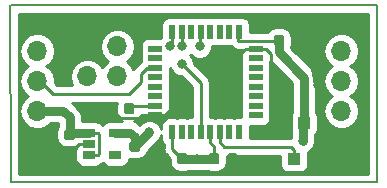
<source format=gtl>
G04 #@! TF.GenerationSoftware,KiCad,Pcbnew,(5.0.0-dirty)*
G04 #@! TF.CreationDate,2020-07-10T19:56:49+09:00*
G04 #@! TF.ProjectId,fake-fan-mk2,66616B652D66616E2D6D6B322E6B6963,rev?*
G04 #@! TF.SameCoordinates,Original*
G04 #@! TF.FileFunction,Copper,L1,Top,Signal*
G04 #@! TF.FilePolarity,Positive*
%FSLAX46Y46*%
G04 Gerber Fmt 4.6, Leading zero omitted, Abs format (unit mm)*
G04 Created by KiCad (PCBNEW (5.0.0-dirty)) date 07/10/20 19:56:49*
%MOMM*%
%LPD*%
G01*
G04 APERTURE LIST*
G04 #@! TA.AperFunction,NonConductor*
%ADD10C,0.200000*%
G04 #@! TD*
G04 #@! TA.AperFunction,Conductor*
%ADD11C,0.100000*%
G04 #@! TD*
G04 #@! TA.AperFunction,SMDPad,CuDef*
%ADD12C,0.875000*%
G04 #@! TD*
G04 #@! TA.AperFunction,SMDPad,CuDef*
%ADD13R,1.000000X1.000000*%
G04 #@! TD*
G04 #@! TA.AperFunction,SMDPad,CuDef*
%ADD14R,1.100000X1.000000*%
G04 #@! TD*
G04 #@! TA.AperFunction,SMDPad,CuDef*
%ADD15R,0.600000X1.200000*%
G04 #@! TD*
G04 #@! TA.AperFunction,SMDPad,CuDef*
%ADD16R,1.200000X0.600000*%
G04 #@! TD*
G04 #@! TA.AperFunction,ComponentPad*
%ADD17O,1.700000X1.700000*%
G04 #@! TD*
G04 #@! TA.AperFunction,ComponentPad*
%ADD18R,1.700000X1.700000*%
G04 #@! TD*
G04 #@! TA.AperFunction,SMDPad,CuDef*
%ADD19R,1.060000X0.650000*%
G04 #@! TD*
G04 #@! TA.AperFunction,ViaPad*
%ADD20C,0.800000*%
G04 #@! TD*
G04 #@! TA.AperFunction,Conductor*
%ADD21C,0.250000*%
G04 #@! TD*
G04 #@! TA.AperFunction,Conductor*
%ADD22C,0.750000*%
G04 #@! TD*
G04 #@! TA.AperFunction,Conductor*
%ADD23C,0.254000*%
G04 #@! TD*
G04 APERTURE END LIST*
D10*
X14500000Y-29500000D02*
X14478000Y-14500000D01*
X45500000Y-29500000D02*
X14500000Y-29500000D01*
X45500000Y-14500000D02*
X45500000Y-29500000D01*
X14500000Y-14500000D02*
X45500000Y-14500000D01*
D11*
G04 #@! TO.N,+3V3*
G04 #@! TO.C,C3*
G36*
X25277691Y-26026053D02*
X25298926Y-26029203D01*
X25319750Y-26034419D01*
X25339962Y-26041651D01*
X25359368Y-26050830D01*
X25377781Y-26061866D01*
X25395024Y-26074654D01*
X25410930Y-26089070D01*
X25425346Y-26104976D01*
X25438134Y-26122219D01*
X25449170Y-26140632D01*
X25458349Y-26160038D01*
X25465581Y-26180250D01*
X25470797Y-26201074D01*
X25473947Y-26222309D01*
X25475000Y-26243750D01*
X25475000Y-26681250D01*
X25473947Y-26702691D01*
X25470797Y-26723926D01*
X25465581Y-26744750D01*
X25458349Y-26764962D01*
X25449170Y-26784368D01*
X25438134Y-26802781D01*
X25425346Y-26820024D01*
X25410930Y-26835930D01*
X25395024Y-26850346D01*
X25377781Y-26863134D01*
X25359368Y-26874170D01*
X25339962Y-26883349D01*
X25319750Y-26890581D01*
X25298926Y-26895797D01*
X25277691Y-26898947D01*
X25256250Y-26900000D01*
X24743750Y-26900000D01*
X24722309Y-26898947D01*
X24701074Y-26895797D01*
X24680250Y-26890581D01*
X24660038Y-26883349D01*
X24640632Y-26874170D01*
X24622219Y-26863134D01*
X24604976Y-26850346D01*
X24589070Y-26835930D01*
X24574654Y-26820024D01*
X24561866Y-26802781D01*
X24550830Y-26784368D01*
X24541651Y-26764962D01*
X24534419Y-26744750D01*
X24529203Y-26723926D01*
X24526053Y-26702691D01*
X24525000Y-26681250D01*
X24525000Y-26243750D01*
X24526053Y-26222309D01*
X24529203Y-26201074D01*
X24534419Y-26180250D01*
X24541651Y-26160038D01*
X24550830Y-26140632D01*
X24561866Y-26122219D01*
X24574654Y-26104976D01*
X24589070Y-26089070D01*
X24604976Y-26074654D01*
X24622219Y-26061866D01*
X24640632Y-26050830D01*
X24660038Y-26041651D01*
X24680250Y-26034419D01*
X24701074Y-26029203D01*
X24722309Y-26026053D01*
X24743750Y-26025000D01*
X25256250Y-26025000D01*
X25277691Y-26026053D01*
X25277691Y-26026053D01*
G37*
D12*
G04 #@! TD*
G04 #@! TO.P,C3,2*
G04 #@! TO.N,+3V3*
X25000000Y-26462500D03*
D11*
G04 #@! TO.N,GND*
G04 #@! TO.C,C3*
G36*
X25277691Y-27601053D02*
X25298926Y-27604203D01*
X25319750Y-27609419D01*
X25339962Y-27616651D01*
X25359368Y-27625830D01*
X25377781Y-27636866D01*
X25395024Y-27649654D01*
X25410930Y-27664070D01*
X25425346Y-27679976D01*
X25438134Y-27697219D01*
X25449170Y-27715632D01*
X25458349Y-27735038D01*
X25465581Y-27755250D01*
X25470797Y-27776074D01*
X25473947Y-27797309D01*
X25475000Y-27818750D01*
X25475000Y-28256250D01*
X25473947Y-28277691D01*
X25470797Y-28298926D01*
X25465581Y-28319750D01*
X25458349Y-28339962D01*
X25449170Y-28359368D01*
X25438134Y-28377781D01*
X25425346Y-28395024D01*
X25410930Y-28410930D01*
X25395024Y-28425346D01*
X25377781Y-28438134D01*
X25359368Y-28449170D01*
X25339962Y-28458349D01*
X25319750Y-28465581D01*
X25298926Y-28470797D01*
X25277691Y-28473947D01*
X25256250Y-28475000D01*
X24743750Y-28475000D01*
X24722309Y-28473947D01*
X24701074Y-28470797D01*
X24680250Y-28465581D01*
X24660038Y-28458349D01*
X24640632Y-28449170D01*
X24622219Y-28438134D01*
X24604976Y-28425346D01*
X24589070Y-28410930D01*
X24574654Y-28395024D01*
X24561866Y-28377781D01*
X24550830Y-28359368D01*
X24541651Y-28339962D01*
X24534419Y-28319750D01*
X24529203Y-28298926D01*
X24526053Y-28277691D01*
X24525000Y-28256250D01*
X24525000Y-27818750D01*
X24526053Y-27797309D01*
X24529203Y-27776074D01*
X24534419Y-27755250D01*
X24541651Y-27735038D01*
X24550830Y-27715632D01*
X24561866Y-27697219D01*
X24574654Y-27679976D01*
X24589070Y-27664070D01*
X24604976Y-27649654D01*
X24622219Y-27636866D01*
X24640632Y-27625830D01*
X24660038Y-27616651D01*
X24680250Y-27609419D01*
X24701074Y-27604203D01*
X24722309Y-27601053D01*
X24743750Y-27600000D01*
X25256250Y-27600000D01*
X25277691Y-27601053D01*
X25277691Y-27601053D01*
G37*
D12*
G04 #@! TD*
G04 #@! TO.P,C3,1*
G04 #@! TO.N,GND*
X25000000Y-28037500D03*
D11*
G04 #@! TO.N,+3V3*
G04 #@! TO.C,C1*
G36*
X29277691Y-27026053D02*
X29298926Y-27029203D01*
X29319750Y-27034419D01*
X29339962Y-27041651D01*
X29359368Y-27050830D01*
X29377781Y-27061866D01*
X29395024Y-27074654D01*
X29410930Y-27089070D01*
X29425346Y-27104976D01*
X29438134Y-27122219D01*
X29449170Y-27140632D01*
X29458349Y-27160038D01*
X29465581Y-27180250D01*
X29470797Y-27201074D01*
X29473947Y-27222309D01*
X29475000Y-27243750D01*
X29475000Y-27756250D01*
X29473947Y-27777691D01*
X29470797Y-27798926D01*
X29465581Y-27819750D01*
X29458349Y-27839962D01*
X29449170Y-27859368D01*
X29438134Y-27877781D01*
X29425346Y-27895024D01*
X29410930Y-27910930D01*
X29395024Y-27925346D01*
X29377781Y-27938134D01*
X29359368Y-27949170D01*
X29339962Y-27958349D01*
X29319750Y-27965581D01*
X29298926Y-27970797D01*
X29277691Y-27973947D01*
X29256250Y-27975000D01*
X28818750Y-27975000D01*
X28797309Y-27973947D01*
X28776074Y-27970797D01*
X28755250Y-27965581D01*
X28735038Y-27958349D01*
X28715632Y-27949170D01*
X28697219Y-27938134D01*
X28679976Y-27925346D01*
X28664070Y-27910930D01*
X28649654Y-27895024D01*
X28636866Y-27877781D01*
X28625830Y-27859368D01*
X28616651Y-27839962D01*
X28609419Y-27819750D01*
X28604203Y-27798926D01*
X28601053Y-27777691D01*
X28600000Y-27756250D01*
X28600000Y-27243750D01*
X28601053Y-27222309D01*
X28604203Y-27201074D01*
X28609419Y-27180250D01*
X28616651Y-27160038D01*
X28625830Y-27140632D01*
X28636866Y-27122219D01*
X28649654Y-27104976D01*
X28664070Y-27089070D01*
X28679976Y-27074654D01*
X28697219Y-27061866D01*
X28715632Y-27050830D01*
X28735038Y-27041651D01*
X28755250Y-27034419D01*
X28776074Y-27029203D01*
X28797309Y-27026053D01*
X28818750Y-27025000D01*
X29256250Y-27025000D01*
X29277691Y-27026053D01*
X29277691Y-27026053D01*
G37*
D12*
G04 #@! TD*
G04 #@! TO.P,C1,2*
G04 #@! TO.N,+3V3*
X29037500Y-27500000D03*
D11*
G04 #@! TO.N,GND*
G04 #@! TO.C,C1*
G36*
X27702691Y-27026053D02*
X27723926Y-27029203D01*
X27744750Y-27034419D01*
X27764962Y-27041651D01*
X27784368Y-27050830D01*
X27802781Y-27061866D01*
X27820024Y-27074654D01*
X27835930Y-27089070D01*
X27850346Y-27104976D01*
X27863134Y-27122219D01*
X27874170Y-27140632D01*
X27883349Y-27160038D01*
X27890581Y-27180250D01*
X27895797Y-27201074D01*
X27898947Y-27222309D01*
X27900000Y-27243750D01*
X27900000Y-27756250D01*
X27898947Y-27777691D01*
X27895797Y-27798926D01*
X27890581Y-27819750D01*
X27883349Y-27839962D01*
X27874170Y-27859368D01*
X27863134Y-27877781D01*
X27850346Y-27895024D01*
X27835930Y-27910930D01*
X27820024Y-27925346D01*
X27802781Y-27938134D01*
X27784368Y-27949170D01*
X27764962Y-27958349D01*
X27744750Y-27965581D01*
X27723926Y-27970797D01*
X27702691Y-27973947D01*
X27681250Y-27975000D01*
X27243750Y-27975000D01*
X27222309Y-27973947D01*
X27201074Y-27970797D01*
X27180250Y-27965581D01*
X27160038Y-27958349D01*
X27140632Y-27949170D01*
X27122219Y-27938134D01*
X27104976Y-27925346D01*
X27089070Y-27910930D01*
X27074654Y-27895024D01*
X27061866Y-27877781D01*
X27050830Y-27859368D01*
X27041651Y-27839962D01*
X27034419Y-27819750D01*
X27029203Y-27798926D01*
X27026053Y-27777691D01*
X27025000Y-27756250D01*
X27025000Y-27243750D01*
X27026053Y-27222309D01*
X27029203Y-27201074D01*
X27034419Y-27180250D01*
X27041651Y-27160038D01*
X27050830Y-27140632D01*
X27061866Y-27122219D01*
X27074654Y-27104976D01*
X27089070Y-27089070D01*
X27104976Y-27074654D01*
X27122219Y-27061866D01*
X27140632Y-27050830D01*
X27160038Y-27041651D01*
X27180250Y-27034419D01*
X27201074Y-27029203D01*
X27222309Y-27026053D01*
X27243750Y-27025000D01*
X27681250Y-27025000D01*
X27702691Y-27026053D01*
X27702691Y-27026053D01*
G37*
D12*
G04 #@! TD*
G04 #@! TO.P,C1,1*
G04 #@! TO.N,GND*
X27462500Y-27500000D03*
D11*
G04 #@! TO.N,GND*
G04 #@! TO.C,C2*
G36*
X33527691Y-27026053D02*
X33548926Y-27029203D01*
X33569750Y-27034419D01*
X33589962Y-27041651D01*
X33609368Y-27050830D01*
X33627781Y-27061866D01*
X33645024Y-27074654D01*
X33660930Y-27089070D01*
X33675346Y-27104976D01*
X33688134Y-27122219D01*
X33699170Y-27140632D01*
X33708349Y-27160038D01*
X33715581Y-27180250D01*
X33720797Y-27201074D01*
X33723947Y-27222309D01*
X33725000Y-27243750D01*
X33725000Y-27756250D01*
X33723947Y-27777691D01*
X33720797Y-27798926D01*
X33715581Y-27819750D01*
X33708349Y-27839962D01*
X33699170Y-27859368D01*
X33688134Y-27877781D01*
X33675346Y-27895024D01*
X33660930Y-27910930D01*
X33645024Y-27925346D01*
X33627781Y-27938134D01*
X33609368Y-27949170D01*
X33589962Y-27958349D01*
X33569750Y-27965581D01*
X33548926Y-27970797D01*
X33527691Y-27973947D01*
X33506250Y-27975000D01*
X33068750Y-27975000D01*
X33047309Y-27973947D01*
X33026074Y-27970797D01*
X33005250Y-27965581D01*
X32985038Y-27958349D01*
X32965632Y-27949170D01*
X32947219Y-27938134D01*
X32929976Y-27925346D01*
X32914070Y-27910930D01*
X32899654Y-27895024D01*
X32886866Y-27877781D01*
X32875830Y-27859368D01*
X32866651Y-27839962D01*
X32859419Y-27819750D01*
X32854203Y-27798926D01*
X32851053Y-27777691D01*
X32850000Y-27756250D01*
X32850000Y-27243750D01*
X32851053Y-27222309D01*
X32854203Y-27201074D01*
X32859419Y-27180250D01*
X32866651Y-27160038D01*
X32875830Y-27140632D01*
X32886866Y-27122219D01*
X32899654Y-27104976D01*
X32914070Y-27089070D01*
X32929976Y-27074654D01*
X32947219Y-27061866D01*
X32965632Y-27050830D01*
X32985038Y-27041651D01*
X33005250Y-27034419D01*
X33026074Y-27029203D01*
X33047309Y-27026053D01*
X33068750Y-27025000D01*
X33506250Y-27025000D01*
X33527691Y-27026053D01*
X33527691Y-27026053D01*
G37*
D12*
G04 #@! TD*
G04 #@! TO.P,C2,1*
G04 #@! TO.N,GND*
X33287500Y-27500000D03*
D11*
G04 #@! TO.N,+3V3*
G04 #@! TO.C,C2*
G36*
X31952691Y-27026053D02*
X31973926Y-27029203D01*
X31994750Y-27034419D01*
X32014962Y-27041651D01*
X32034368Y-27050830D01*
X32052781Y-27061866D01*
X32070024Y-27074654D01*
X32085930Y-27089070D01*
X32100346Y-27104976D01*
X32113134Y-27122219D01*
X32124170Y-27140632D01*
X32133349Y-27160038D01*
X32140581Y-27180250D01*
X32145797Y-27201074D01*
X32148947Y-27222309D01*
X32150000Y-27243750D01*
X32150000Y-27756250D01*
X32148947Y-27777691D01*
X32145797Y-27798926D01*
X32140581Y-27819750D01*
X32133349Y-27839962D01*
X32124170Y-27859368D01*
X32113134Y-27877781D01*
X32100346Y-27895024D01*
X32085930Y-27910930D01*
X32070024Y-27925346D01*
X32052781Y-27938134D01*
X32034368Y-27949170D01*
X32014962Y-27958349D01*
X31994750Y-27965581D01*
X31973926Y-27970797D01*
X31952691Y-27973947D01*
X31931250Y-27975000D01*
X31493750Y-27975000D01*
X31472309Y-27973947D01*
X31451074Y-27970797D01*
X31430250Y-27965581D01*
X31410038Y-27958349D01*
X31390632Y-27949170D01*
X31372219Y-27938134D01*
X31354976Y-27925346D01*
X31339070Y-27910930D01*
X31324654Y-27895024D01*
X31311866Y-27877781D01*
X31300830Y-27859368D01*
X31291651Y-27839962D01*
X31284419Y-27819750D01*
X31279203Y-27798926D01*
X31276053Y-27777691D01*
X31275000Y-27756250D01*
X31275000Y-27243750D01*
X31276053Y-27222309D01*
X31279203Y-27201074D01*
X31284419Y-27180250D01*
X31291651Y-27160038D01*
X31300830Y-27140632D01*
X31311866Y-27122219D01*
X31324654Y-27104976D01*
X31339070Y-27089070D01*
X31354976Y-27074654D01*
X31372219Y-27061866D01*
X31390632Y-27050830D01*
X31410038Y-27041651D01*
X31430250Y-27034419D01*
X31451074Y-27029203D01*
X31472309Y-27026053D01*
X31493750Y-27025000D01*
X31931250Y-27025000D01*
X31952691Y-27026053D01*
X31952691Y-27026053D01*
G37*
D12*
G04 #@! TD*
G04 #@! TO.P,C2,2*
G04 #@! TO.N,+3V3*
X31712500Y-27500000D03*
D11*
G04 #@! TO.N,+3V3*
G04 #@! TO.C,C4*
G36*
X37452691Y-17026053D02*
X37473926Y-17029203D01*
X37494750Y-17034419D01*
X37514962Y-17041651D01*
X37534368Y-17050830D01*
X37552781Y-17061866D01*
X37570024Y-17074654D01*
X37585930Y-17089070D01*
X37600346Y-17104976D01*
X37613134Y-17122219D01*
X37624170Y-17140632D01*
X37633349Y-17160038D01*
X37640581Y-17180250D01*
X37645797Y-17201074D01*
X37648947Y-17222309D01*
X37650000Y-17243750D01*
X37650000Y-17756250D01*
X37648947Y-17777691D01*
X37645797Y-17798926D01*
X37640581Y-17819750D01*
X37633349Y-17839962D01*
X37624170Y-17859368D01*
X37613134Y-17877781D01*
X37600346Y-17895024D01*
X37585930Y-17910930D01*
X37570024Y-17925346D01*
X37552781Y-17938134D01*
X37534368Y-17949170D01*
X37514962Y-17958349D01*
X37494750Y-17965581D01*
X37473926Y-17970797D01*
X37452691Y-17973947D01*
X37431250Y-17975000D01*
X36993750Y-17975000D01*
X36972309Y-17973947D01*
X36951074Y-17970797D01*
X36930250Y-17965581D01*
X36910038Y-17958349D01*
X36890632Y-17949170D01*
X36872219Y-17938134D01*
X36854976Y-17925346D01*
X36839070Y-17910930D01*
X36824654Y-17895024D01*
X36811866Y-17877781D01*
X36800830Y-17859368D01*
X36791651Y-17839962D01*
X36784419Y-17819750D01*
X36779203Y-17798926D01*
X36776053Y-17777691D01*
X36775000Y-17756250D01*
X36775000Y-17243750D01*
X36776053Y-17222309D01*
X36779203Y-17201074D01*
X36784419Y-17180250D01*
X36791651Y-17160038D01*
X36800830Y-17140632D01*
X36811866Y-17122219D01*
X36824654Y-17104976D01*
X36839070Y-17089070D01*
X36854976Y-17074654D01*
X36872219Y-17061866D01*
X36890632Y-17050830D01*
X36910038Y-17041651D01*
X36930250Y-17034419D01*
X36951074Y-17029203D01*
X36972309Y-17026053D01*
X36993750Y-17025000D01*
X37431250Y-17025000D01*
X37452691Y-17026053D01*
X37452691Y-17026053D01*
G37*
D12*
G04 #@! TD*
G04 #@! TO.P,C4,2*
G04 #@! TO.N,+3V3*
X37212500Y-17500000D03*
D11*
G04 #@! TO.N,GND*
G04 #@! TO.C,C4*
G36*
X39027691Y-17026053D02*
X39048926Y-17029203D01*
X39069750Y-17034419D01*
X39089962Y-17041651D01*
X39109368Y-17050830D01*
X39127781Y-17061866D01*
X39145024Y-17074654D01*
X39160930Y-17089070D01*
X39175346Y-17104976D01*
X39188134Y-17122219D01*
X39199170Y-17140632D01*
X39208349Y-17160038D01*
X39215581Y-17180250D01*
X39220797Y-17201074D01*
X39223947Y-17222309D01*
X39225000Y-17243750D01*
X39225000Y-17756250D01*
X39223947Y-17777691D01*
X39220797Y-17798926D01*
X39215581Y-17819750D01*
X39208349Y-17839962D01*
X39199170Y-17859368D01*
X39188134Y-17877781D01*
X39175346Y-17895024D01*
X39160930Y-17910930D01*
X39145024Y-17925346D01*
X39127781Y-17938134D01*
X39109368Y-17949170D01*
X39089962Y-17958349D01*
X39069750Y-17965581D01*
X39048926Y-17970797D01*
X39027691Y-17973947D01*
X39006250Y-17975000D01*
X38568750Y-17975000D01*
X38547309Y-17973947D01*
X38526074Y-17970797D01*
X38505250Y-17965581D01*
X38485038Y-17958349D01*
X38465632Y-17949170D01*
X38447219Y-17938134D01*
X38429976Y-17925346D01*
X38414070Y-17910930D01*
X38399654Y-17895024D01*
X38386866Y-17877781D01*
X38375830Y-17859368D01*
X38366651Y-17839962D01*
X38359419Y-17819750D01*
X38354203Y-17798926D01*
X38351053Y-17777691D01*
X38350000Y-17756250D01*
X38350000Y-17243750D01*
X38351053Y-17222309D01*
X38354203Y-17201074D01*
X38359419Y-17180250D01*
X38366651Y-17160038D01*
X38375830Y-17140632D01*
X38386866Y-17122219D01*
X38399654Y-17104976D01*
X38414070Y-17089070D01*
X38429976Y-17074654D01*
X38447219Y-17061866D01*
X38465632Y-17050830D01*
X38485038Y-17041651D01*
X38505250Y-17034419D01*
X38526074Y-17029203D01*
X38547309Y-17026053D01*
X38568750Y-17025000D01*
X39006250Y-17025000D01*
X39027691Y-17026053D01*
X39027691Y-17026053D01*
G37*
D12*
G04 #@! TD*
G04 #@! TO.P,C4,1*
G04 #@! TO.N,GND*
X38787500Y-17500000D03*
D11*
G04 #@! TO.N,GND*
G04 #@! TO.C,R1*
G36*
X23202691Y-22776053D02*
X23223926Y-22779203D01*
X23244750Y-22784419D01*
X23264962Y-22791651D01*
X23284368Y-22800830D01*
X23302781Y-22811866D01*
X23320024Y-22824654D01*
X23335930Y-22839070D01*
X23350346Y-22854976D01*
X23363134Y-22872219D01*
X23374170Y-22890632D01*
X23383349Y-22910038D01*
X23390581Y-22930250D01*
X23395797Y-22951074D01*
X23398947Y-22972309D01*
X23400000Y-22993750D01*
X23400000Y-23506250D01*
X23398947Y-23527691D01*
X23395797Y-23548926D01*
X23390581Y-23569750D01*
X23383349Y-23589962D01*
X23374170Y-23609368D01*
X23363134Y-23627781D01*
X23350346Y-23645024D01*
X23335930Y-23660930D01*
X23320024Y-23675346D01*
X23302781Y-23688134D01*
X23284368Y-23699170D01*
X23264962Y-23708349D01*
X23244750Y-23715581D01*
X23223926Y-23720797D01*
X23202691Y-23723947D01*
X23181250Y-23725000D01*
X22743750Y-23725000D01*
X22722309Y-23723947D01*
X22701074Y-23720797D01*
X22680250Y-23715581D01*
X22660038Y-23708349D01*
X22640632Y-23699170D01*
X22622219Y-23688134D01*
X22604976Y-23675346D01*
X22589070Y-23660930D01*
X22574654Y-23645024D01*
X22561866Y-23627781D01*
X22550830Y-23609368D01*
X22541651Y-23589962D01*
X22534419Y-23569750D01*
X22529203Y-23548926D01*
X22526053Y-23527691D01*
X22525000Y-23506250D01*
X22525000Y-22993750D01*
X22526053Y-22972309D01*
X22529203Y-22951074D01*
X22534419Y-22930250D01*
X22541651Y-22910038D01*
X22550830Y-22890632D01*
X22561866Y-22872219D01*
X22574654Y-22854976D01*
X22589070Y-22839070D01*
X22604976Y-22824654D01*
X22622219Y-22811866D01*
X22640632Y-22800830D01*
X22660038Y-22791651D01*
X22680250Y-22784419D01*
X22701074Y-22779203D01*
X22722309Y-22776053D01*
X22743750Y-22775000D01*
X23181250Y-22775000D01*
X23202691Y-22776053D01*
X23202691Y-22776053D01*
G37*
D12*
G04 #@! TD*
G04 #@! TO.P,R1,2*
G04 #@! TO.N,GND*
X22962500Y-23250000D03*
D11*
G04 #@! TO.N,Net-(R1-Pad1)*
G04 #@! TO.C,R1*
G36*
X24777691Y-22776053D02*
X24798926Y-22779203D01*
X24819750Y-22784419D01*
X24839962Y-22791651D01*
X24859368Y-22800830D01*
X24877781Y-22811866D01*
X24895024Y-22824654D01*
X24910930Y-22839070D01*
X24925346Y-22854976D01*
X24938134Y-22872219D01*
X24949170Y-22890632D01*
X24958349Y-22910038D01*
X24965581Y-22930250D01*
X24970797Y-22951074D01*
X24973947Y-22972309D01*
X24975000Y-22993750D01*
X24975000Y-23506250D01*
X24973947Y-23527691D01*
X24970797Y-23548926D01*
X24965581Y-23569750D01*
X24958349Y-23589962D01*
X24949170Y-23609368D01*
X24938134Y-23627781D01*
X24925346Y-23645024D01*
X24910930Y-23660930D01*
X24895024Y-23675346D01*
X24877781Y-23688134D01*
X24859368Y-23699170D01*
X24839962Y-23708349D01*
X24819750Y-23715581D01*
X24798926Y-23720797D01*
X24777691Y-23723947D01*
X24756250Y-23725000D01*
X24318750Y-23725000D01*
X24297309Y-23723947D01*
X24276074Y-23720797D01*
X24255250Y-23715581D01*
X24235038Y-23708349D01*
X24215632Y-23699170D01*
X24197219Y-23688134D01*
X24179976Y-23675346D01*
X24164070Y-23660930D01*
X24149654Y-23645024D01*
X24136866Y-23627781D01*
X24125830Y-23609368D01*
X24116651Y-23589962D01*
X24109419Y-23569750D01*
X24104203Y-23548926D01*
X24101053Y-23527691D01*
X24100000Y-23506250D01*
X24100000Y-22993750D01*
X24101053Y-22972309D01*
X24104203Y-22951074D01*
X24109419Y-22930250D01*
X24116651Y-22910038D01*
X24125830Y-22890632D01*
X24136866Y-22872219D01*
X24149654Y-22854976D01*
X24164070Y-22839070D01*
X24179976Y-22824654D01*
X24197219Y-22811866D01*
X24215632Y-22800830D01*
X24235038Y-22791651D01*
X24255250Y-22784419D01*
X24276074Y-22779203D01*
X24297309Y-22776053D01*
X24318750Y-22775000D01*
X24756250Y-22775000D01*
X24777691Y-22776053D01*
X24777691Y-22776053D01*
G37*
D12*
G04 #@! TD*
G04 #@! TO.P,R1,1*
G04 #@! TO.N,Net-(R1-Pad1)*
X24537500Y-23250000D03*
D13*
G04 #@! TO.P,RV1,3*
G04 #@! TO.N,GND*
X37650000Y-24500000D03*
G04 #@! TO.P,RV1,1*
G04 #@! TO.N,+3V3*
X39350000Y-24500000D03*
D14*
G04 #@! TO.P,RV1,2*
G04 #@! TO.N,/VR1*
X38500000Y-27500000D03*
G04 #@! TD*
D15*
G04 #@! TO.P,U2,1*
G04 #@! TO.N,+3V3*
X28200000Y-25250000D03*
G04 #@! TO.P,U2,2*
G04 #@! TO.N,N/C*
X29000000Y-25250000D03*
G04 #@! TO.P,U2,3*
X29800000Y-25250000D03*
G04 #@! TO.P,U2,4*
G04 #@! TO.N,/NRST*
X30600000Y-25250000D03*
G04 #@! TO.P,U2,5*
G04 #@! TO.N,+3V3*
X31400000Y-25250000D03*
G04 #@! TO.P,U2,6*
G04 #@! TO.N,/VR1*
X32200000Y-25250000D03*
G04 #@! TO.P,U2,7*
G04 #@! TO.N,N/C*
X33000000Y-25250000D03*
G04 #@! TO.P,U2,8*
X33800000Y-25250000D03*
D16*
G04 #@! TO.P,U2,9*
X35250000Y-23800000D03*
G04 #@! TO.P,U2,10*
X35250000Y-23000000D03*
G04 #@! TO.P,U2,11*
X35250000Y-22200000D03*
G04 #@! TO.P,U2,12*
X35250000Y-21400000D03*
G04 #@! TO.P,U2,13*
X35250000Y-20600000D03*
G04 #@! TO.P,U2,14*
X35250000Y-19800000D03*
G04 #@! TO.P,U2,15*
X35250000Y-19000000D03*
G04 #@! TO.P,U2,16*
G04 #@! TO.N,GND*
X35250000Y-18200000D03*
D15*
G04 #@! TO.P,U2,17*
G04 #@! TO.N,+3V3*
X33800000Y-16750000D03*
G04 #@! TO.P,U2,18*
G04 #@! TO.N,N/C*
X33000000Y-16750000D03*
G04 #@! TO.P,U2,19*
X32200000Y-16750000D03*
G04 #@! TO.P,U2,20*
X31400000Y-16750000D03*
G04 #@! TO.P,U2,21*
G04 #@! TO.N,/FAN1*
X30600000Y-16750000D03*
G04 #@! TO.P,U2,22*
G04 #@! TO.N,N/C*
X29800000Y-16750000D03*
G04 #@! TO.P,U2,23*
G04 #@! TO.N,/SWDIO*
X29000000Y-16750000D03*
G04 #@! TO.P,U2,24*
G04 #@! TO.N,/SYS_CLK*
X28200000Y-16750000D03*
D16*
G04 #@! TO.P,U2,25*
G04 #@! TO.N,N/C*
X26750000Y-18200000D03*
G04 #@! TO.P,U2,26*
X26750000Y-19000000D03*
G04 #@! TO.P,U2,27*
G04 #@! TO.N,/FAKE1*
X26750000Y-19800000D03*
G04 #@! TO.P,U2,28*
G04 #@! TO.N,N/C*
X26750000Y-20600000D03*
G04 #@! TO.P,U2,29*
X26750000Y-21400000D03*
G04 #@! TO.P,U2,30*
X26750000Y-22200000D03*
G04 #@! TO.P,U2,31*
G04 #@! TO.N,Net-(R1-Pad1)*
X26750000Y-23000000D03*
G04 #@! TO.P,U2,32*
G04 #@! TO.N,GND*
X26750000Y-23800000D03*
G04 #@! TD*
D17*
G04 #@! TO.P,J1,4*
G04 #@! TO.N,N/C*
X16750000Y-18380000D03*
G04 #@! TO.P,J1,3*
G04 #@! TO.N,/FAKE1*
X16750000Y-20920000D03*
G04 #@! TO.P,J1,2*
G04 #@! TO.N,+12V*
X16750000Y-23460000D03*
D18*
G04 #@! TO.P,J1,1*
G04 #@! TO.N,GND*
X16750000Y-26000000D03*
G04 #@! TD*
G04 #@! TO.P,J2,1*
G04 #@! TO.N,GND*
X42500000Y-26000000D03*
D17*
G04 #@! TO.P,J2,2*
G04 #@! TO.N,+12V*
X42500000Y-23460000D03*
G04 #@! TO.P,J2,3*
G04 #@! TO.N,N/C*
X42500000Y-20920000D03*
G04 #@! TO.P,J2,4*
G04 #@! TO.N,/FAN1*
X42500000Y-18380000D03*
G04 #@! TD*
D18*
G04 #@! TO.P,J3,1*
G04 #@! TO.N,GND*
X21000000Y-18000000D03*
D17*
G04 #@! TO.P,J3,2*
G04 #@! TO.N,/SYS_CLK*
X23540000Y-18000000D03*
G04 #@! TO.P,J3,3*
G04 #@! TO.N,/NRST*
X21000000Y-20540000D03*
G04 #@! TO.P,J3,4*
G04 #@! TO.N,/SWDIO*
X23540000Y-20540000D03*
G04 #@! TD*
D19*
G04 #@! TO.P,U1,1*
G04 #@! TO.N,+12V*
X21150000Y-25300000D03*
G04 #@! TO.P,U1,2*
G04 #@! TO.N,GND*
X21150000Y-26250000D03*
G04 #@! TO.P,U1,3*
G04 #@! TO.N,+12V*
X21150000Y-27200000D03*
G04 #@! TO.P,U1,4*
G04 #@! TO.N,N/C*
X23350000Y-27200000D03*
G04 #@! TO.P,U1,5*
G04 #@! TO.N,+3V3*
X23350000Y-25300000D03*
G04 #@! TD*
D11*
G04 #@! TO.N,GND*
G04 #@! TO.C,C5*
G36*
X19777691Y-26601053D02*
X19798926Y-26604203D01*
X19819750Y-26609419D01*
X19839962Y-26616651D01*
X19859368Y-26625830D01*
X19877781Y-26636866D01*
X19895024Y-26649654D01*
X19910930Y-26664070D01*
X19925346Y-26679976D01*
X19938134Y-26697219D01*
X19949170Y-26715632D01*
X19958349Y-26735038D01*
X19965581Y-26755250D01*
X19970797Y-26776074D01*
X19973947Y-26797309D01*
X19975000Y-26818750D01*
X19975000Y-27256250D01*
X19973947Y-27277691D01*
X19970797Y-27298926D01*
X19965581Y-27319750D01*
X19958349Y-27339962D01*
X19949170Y-27359368D01*
X19938134Y-27377781D01*
X19925346Y-27395024D01*
X19910930Y-27410930D01*
X19895024Y-27425346D01*
X19877781Y-27438134D01*
X19859368Y-27449170D01*
X19839962Y-27458349D01*
X19819750Y-27465581D01*
X19798926Y-27470797D01*
X19777691Y-27473947D01*
X19756250Y-27475000D01*
X19243750Y-27475000D01*
X19222309Y-27473947D01*
X19201074Y-27470797D01*
X19180250Y-27465581D01*
X19160038Y-27458349D01*
X19140632Y-27449170D01*
X19122219Y-27438134D01*
X19104976Y-27425346D01*
X19089070Y-27410930D01*
X19074654Y-27395024D01*
X19061866Y-27377781D01*
X19050830Y-27359368D01*
X19041651Y-27339962D01*
X19034419Y-27319750D01*
X19029203Y-27298926D01*
X19026053Y-27277691D01*
X19025000Y-27256250D01*
X19025000Y-26818750D01*
X19026053Y-26797309D01*
X19029203Y-26776074D01*
X19034419Y-26755250D01*
X19041651Y-26735038D01*
X19050830Y-26715632D01*
X19061866Y-26697219D01*
X19074654Y-26679976D01*
X19089070Y-26664070D01*
X19104976Y-26649654D01*
X19122219Y-26636866D01*
X19140632Y-26625830D01*
X19160038Y-26616651D01*
X19180250Y-26609419D01*
X19201074Y-26604203D01*
X19222309Y-26601053D01*
X19243750Y-26600000D01*
X19756250Y-26600000D01*
X19777691Y-26601053D01*
X19777691Y-26601053D01*
G37*
D12*
G04 #@! TD*
G04 #@! TO.P,C5,1*
G04 #@! TO.N,GND*
X19500000Y-27037500D03*
D11*
G04 #@! TO.N,+12V*
G04 #@! TO.C,C5*
G36*
X19777691Y-25026053D02*
X19798926Y-25029203D01*
X19819750Y-25034419D01*
X19839962Y-25041651D01*
X19859368Y-25050830D01*
X19877781Y-25061866D01*
X19895024Y-25074654D01*
X19910930Y-25089070D01*
X19925346Y-25104976D01*
X19938134Y-25122219D01*
X19949170Y-25140632D01*
X19958349Y-25160038D01*
X19965581Y-25180250D01*
X19970797Y-25201074D01*
X19973947Y-25222309D01*
X19975000Y-25243750D01*
X19975000Y-25681250D01*
X19973947Y-25702691D01*
X19970797Y-25723926D01*
X19965581Y-25744750D01*
X19958349Y-25764962D01*
X19949170Y-25784368D01*
X19938134Y-25802781D01*
X19925346Y-25820024D01*
X19910930Y-25835930D01*
X19895024Y-25850346D01*
X19877781Y-25863134D01*
X19859368Y-25874170D01*
X19839962Y-25883349D01*
X19819750Y-25890581D01*
X19798926Y-25895797D01*
X19777691Y-25898947D01*
X19756250Y-25900000D01*
X19243750Y-25900000D01*
X19222309Y-25898947D01*
X19201074Y-25895797D01*
X19180250Y-25890581D01*
X19160038Y-25883349D01*
X19140632Y-25874170D01*
X19122219Y-25863134D01*
X19104976Y-25850346D01*
X19089070Y-25835930D01*
X19074654Y-25820024D01*
X19061866Y-25802781D01*
X19050830Y-25784368D01*
X19041651Y-25764962D01*
X19034419Y-25744750D01*
X19029203Y-25723926D01*
X19026053Y-25702691D01*
X19025000Y-25681250D01*
X19025000Y-25243750D01*
X19026053Y-25222309D01*
X19029203Y-25201074D01*
X19034419Y-25180250D01*
X19041651Y-25160038D01*
X19050830Y-25140632D01*
X19061866Y-25122219D01*
X19074654Y-25104976D01*
X19089070Y-25089070D01*
X19104976Y-25074654D01*
X19122219Y-25061866D01*
X19140632Y-25050830D01*
X19160038Y-25041651D01*
X19180250Y-25034419D01*
X19201074Y-25029203D01*
X19222309Y-25026053D01*
X19243750Y-25025000D01*
X19756250Y-25025000D01*
X19777691Y-25026053D01*
X19777691Y-25026053D01*
G37*
D12*
G04 #@! TD*
G04 #@! TO.P,C5,2*
G04 #@! TO.N,+12V*
X19500000Y-25462500D03*
D20*
G04 #@! TO.N,GND*
X33250000Y-18500000D03*
X29000000Y-21500000D03*
X40500000Y-21250000D03*
X40500000Y-20000000D03*
X40500000Y-18750000D03*
G04 #@! TO.N,+3V3*
X30250000Y-27500000D03*
X39250000Y-26000000D03*
X26250000Y-25250000D03*
G04 #@! TO.N,/SYS_CLK*
X27987347Y-17987347D03*
G04 #@! TO.N,/SWDIO*
X29000000Y-18000000D03*
G04 #@! TO.N,/NRST*
X29000000Y-19500000D03*
G04 #@! TO.N,/FAN1*
X30500000Y-18000000D03*
G04 #@! TD*
D21*
G04 #@! TO.N,GND*
X20287500Y-26250000D02*
X19500000Y-27037500D01*
X21150000Y-26250000D02*
X20287500Y-26250000D01*
X34400000Y-18200000D02*
X34100000Y-18500000D01*
X35250000Y-18200000D02*
X34400000Y-18200000D01*
X34100000Y-18500000D02*
X33750000Y-18500000D01*
X33750000Y-18500000D02*
X33250000Y-18500000D01*
X36100000Y-18200000D02*
X35250000Y-18200000D01*
X36512492Y-18612492D02*
X36100000Y-18200000D01*
X36512492Y-22612492D02*
X36512492Y-18612492D01*
X37650000Y-23750000D02*
X36512492Y-22612492D01*
X37650000Y-24500000D02*
X37650000Y-23750000D01*
X27600000Y-23800000D02*
X29000000Y-22400000D01*
X26750000Y-23800000D02*
X27600000Y-23800000D01*
X29000000Y-22400000D02*
X29000000Y-21500000D01*
X23424112Y-23711612D02*
X22962500Y-23250000D01*
X23762510Y-24050010D02*
X23424112Y-23711612D01*
X25649990Y-24050010D02*
X23762510Y-24050010D01*
X25900000Y-23800000D02*
X25649990Y-24050010D01*
X26750000Y-23800000D02*
X25900000Y-23800000D01*
D22*
X40250000Y-19815685D02*
X40500000Y-21250000D01*
X40500000Y-20000000D02*
X40250000Y-19815685D01*
X39250000Y-17500000D02*
X38787500Y-17500000D01*
X40500000Y-18750000D02*
X39250000Y-17500000D01*
D21*
G04 #@! TO.N,+12V*
X16910000Y-23300000D02*
X16750000Y-23460000D01*
X21930000Y-25300000D02*
X21150000Y-25300000D01*
X22005001Y-25375001D02*
X21930000Y-25300000D01*
X22005001Y-27124999D02*
X22005001Y-25375001D01*
X21930000Y-27200000D02*
X22005001Y-27124999D01*
X21150000Y-27200000D02*
X21930000Y-27200000D01*
D22*
X19500000Y-25462500D02*
X19500000Y-24000000D01*
X18960000Y-23460000D02*
X16750000Y-23460000D01*
X19500000Y-24000000D02*
X18960000Y-23460000D01*
X19662500Y-25300000D02*
X21150000Y-25300000D01*
X19500000Y-25462500D02*
X19662500Y-25300000D01*
D21*
G04 #@! TO.N,+3V3*
X28200000Y-26662500D02*
X28200000Y-25250000D01*
X29037500Y-27500000D02*
X28200000Y-26662500D01*
X31400000Y-25250000D02*
X31400000Y-26150000D01*
X31712500Y-26462500D02*
X31712500Y-27500000D01*
X31400000Y-26150000D02*
X31712500Y-26462500D01*
D22*
X24630000Y-25300000D02*
X23350000Y-25300000D01*
X25000000Y-25670000D02*
X24630000Y-25300000D01*
X25000000Y-26462500D02*
X25000000Y-25670000D01*
X30250000Y-27500000D02*
X29037500Y-27500000D01*
X30250000Y-27500000D02*
X31712500Y-27500000D01*
X39250000Y-24600000D02*
X39350000Y-24500000D01*
X39250000Y-26000000D02*
X39250000Y-24600000D01*
X39350000Y-20637500D02*
X37212500Y-18500000D01*
X39350000Y-24500000D02*
X39350000Y-20637500D01*
X25000000Y-26462500D02*
X25037500Y-26462500D01*
X25037500Y-26462500D02*
X26250000Y-25250000D01*
D21*
X33750000Y-16800000D02*
X33800000Y-16750000D01*
X37212500Y-17500000D02*
X33750000Y-17500000D01*
X33750000Y-17500000D02*
X33750000Y-16800000D01*
D22*
X37212500Y-18500000D02*
X37212500Y-17500000D01*
D21*
G04 #@! TO.N,/SYS_CLK*
X28200000Y-16750000D02*
X28200000Y-17774694D01*
X28200000Y-17774694D02*
X27987347Y-17987347D01*
G04 #@! TO.N,/SWDIO*
X29000000Y-16750000D02*
X29000000Y-18000000D01*
G04 #@! TO.N,/NRST*
X30600000Y-21100000D02*
X30600000Y-25250000D01*
X29000000Y-19500000D02*
X30600000Y-21100000D01*
G04 #@! TO.N,/FAKE1*
X26750000Y-19800000D02*
X26064998Y-19800000D01*
X18080000Y-22000000D02*
X17000000Y-20920000D01*
X26064998Y-19800000D02*
X25500000Y-20364998D01*
X25500000Y-20364998D02*
X25500000Y-21000000D01*
X25500000Y-21000000D02*
X24500000Y-22000000D01*
X24500000Y-22000000D02*
X18080000Y-22000000D01*
G04 #@! TO.N,/FAN1*
X30500000Y-16850000D02*
X30600000Y-16750000D01*
X30500000Y-18000000D02*
X30500000Y-16850000D01*
G04 #@! TO.N,/VR1*
X32200000Y-26100000D02*
X32600000Y-26500000D01*
X32200000Y-25250000D02*
X32200000Y-26100000D01*
X32600000Y-26500000D02*
X38250000Y-26500000D01*
X38500000Y-26750000D02*
X38500000Y-27500000D01*
X38250000Y-26500000D02*
X38500000Y-26750000D01*
G04 #@! TO.N,Net-(R1-Pad1)*
X24787500Y-23000000D02*
X24537500Y-23250000D01*
X26750000Y-23000000D02*
X24787500Y-23000000D01*
G04 #@! TD*
D23*
G04 #@! TO.N,GND*
G36*
X44765001Y-28765000D02*
X15233922Y-28765000D01*
X15218692Y-18380000D01*
X15235908Y-18380000D01*
X15351161Y-18959418D01*
X15679375Y-19450625D01*
X15977761Y-19650000D01*
X15679375Y-19849375D01*
X15351161Y-20340582D01*
X15235908Y-20920000D01*
X15351161Y-21499418D01*
X15679375Y-21990625D01*
X15977761Y-22190000D01*
X15679375Y-22389375D01*
X15351161Y-22880582D01*
X15235908Y-23460000D01*
X15351161Y-24039418D01*
X15679375Y-24530625D01*
X16170582Y-24858839D01*
X16603744Y-24945000D01*
X16896256Y-24945000D01*
X17329418Y-24858839D01*
X17820625Y-24530625D01*
X17861133Y-24470000D01*
X18490001Y-24470000D01*
X18490000Y-24842673D01*
X18443495Y-24912273D01*
X18377560Y-25243750D01*
X18377560Y-25681250D01*
X18443495Y-26012727D01*
X18631261Y-26293739D01*
X18912273Y-26481505D01*
X19243750Y-26547440D01*
X19756250Y-26547440D01*
X20087727Y-26481505D01*
X20144617Y-26443493D01*
X20021843Y-26627235D01*
X19972560Y-26875000D01*
X19972560Y-27525000D01*
X20021843Y-27772765D01*
X20162191Y-27982809D01*
X20372235Y-28123157D01*
X20620000Y-28172440D01*
X21680000Y-28172440D01*
X21927765Y-28123157D01*
X22137809Y-27982809D01*
X22175766Y-27926003D01*
X22226537Y-27915904D01*
X22289414Y-27873891D01*
X22362191Y-27982809D01*
X22572235Y-28123157D01*
X22820000Y-28172440D01*
X23880000Y-28172440D01*
X24127765Y-28123157D01*
X24337809Y-27982809D01*
X24478157Y-27772765D01*
X24527440Y-27525000D01*
X24527440Y-27504413D01*
X24743750Y-27547440D01*
X25256250Y-27547440D01*
X25587727Y-27481505D01*
X25868739Y-27293739D01*
X26056505Y-27012727D01*
X26091485Y-26836870D01*
X26775925Y-26152431D01*
X26836280Y-26127431D01*
X27127431Y-25836280D01*
X27252560Y-25534191D01*
X27252560Y-25850000D01*
X27301843Y-26097765D01*
X27440000Y-26304530D01*
X27440000Y-26587653D01*
X27425112Y-26662500D01*
X27440000Y-26737347D01*
X27440000Y-26737351D01*
X27484096Y-26959036D01*
X27652071Y-27210429D01*
X27715530Y-27252831D01*
X27952560Y-27489861D01*
X27952560Y-27756250D01*
X28018495Y-28087727D01*
X28206261Y-28368739D01*
X28487273Y-28556505D01*
X28818750Y-28622440D01*
X29256250Y-28622440D01*
X29587727Y-28556505D01*
X29657327Y-28510000D01*
X29983771Y-28510000D01*
X30044126Y-28535000D01*
X30455874Y-28535000D01*
X30516229Y-28510000D01*
X31092673Y-28510000D01*
X31162273Y-28556505D01*
X31493750Y-28622440D01*
X31931250Y-28622440D01*
X32262727Y-28556505D01*
X32543739Y-28368739D01*
X32731505Y-28087727D01*
X32797440Y-27756250D01*
X32797440Y-27260000D01*
X37302560Y-27260000D01*
X37302560Y-28000000D01*
X37351843Y-28247765D01*
X37492191Y-28457809D01*
X37702235Y-28598157D01*
X37950000Y-28647440D01*
X39050000Y-28647440D01*
X39297765Y-28598157D01*
X39507809Y-28457809D01*
X39648157Y-28247765D01*
X39697440Y-28000000D01*
X39697440Y-27000000D01*
X39685484Y-26939893D01*
X39836280Y-26877431D01*
X40127431Y-26586280D01*
X40285000Y-26205874D01*
X40285000Y-25794126D01*
X40260000Y-25733771D01*
X40260000Y-25489754D01*
X40307809Y-25457809D01*
X40448157Y-25247765D01*
X40497440Y-25000000D01*
X40497440Y-24000000D01*
X40448157Y-23752235D01*
X40360000Y-23620300D01*
X40360000Y-20736970D01*
X40379786Y-20637499D01*
X40360000Y-20538028D01*
X40360000Y-20538024D01*
X40301399Y-20243418D01*
X40184497Y-20068462D01*
X40134517Y-19993661D01*
X40134516Y-19993660D01*
X40078169Y-19909331D01*
X39993840Y-19852984D01*
X38520856Y-18380000D01*
X40985908Y-18380000D01*
X41101161Y-18959418D01*
X41429375Y-19450625D01*
X41727761Y-19650000D01*
X41429375Y-19849375D01*
X41101161Y-20340582D01*
X40985908Y-20920000D01*
X41101161Y-21499418D01*
X41429375Y-21990625D01*
X41727761Y-22190000D01*
X41429375Y-22389375D01*
X41101161Y-22880582D01*
X40985908Y-23460000D01*
X41101161Y-24039418D01*
X41429375Y-24530625D01*
X41920582Y-24858839D01*
X42353744Y-24945000D01*
X42646256Y-24945000D01*
X43079418Y-24858839D01*
X43570625Y-24530625D01*
X43898839Y-24039418D01*
X44014092Y-23460000D01*
X43898839Y-22880582D01*
X43570625Y-22389375D01*
X43272239Y-22190000D01*
X43570625Y-21990625D01*
X43898839Y-21499418D01*
X44014092Y-20920000D01*
X43898839Y-20340582D01*
X43570625Y-19849375D01*
X43272239Y-19650000D01*
X43570625Y-19450625D01*
X43898839Y-18959418D01*
X44014092Y-18380000D01*
X43898839Y-17800582D01*
X43570625Y-17309375D01*
X43079418Y-16981161D01*
X42646256Y-16895000D01*
X42353744Y-16895000D01*
X41920582Y-16981161D01*
X41429375Y-17309375D01*
X41101161Y-17800582D01*
X40985908Y-18380000D01*
X38520856Y-18380000D01*
X38230334Y-18089479D01*
X38231505Y-18087727D01*
X38297440Y-17756250D01*
X38297440Y-17243750D01*
X38231505Y-16912273D01*
X38043739Y-16631261D01*
X37762727Y-16443495D01*
X37431250Y-16377560D01*
X36993750Y-16377560D01*
X36662273Y-16443495D01*
X36381261Y-16631261D01*
X36308604Y-16740000D01*
X34747440Y-16740000D01*
X34747440Y-16150000D01*
X34698157Y-15902235D01*
X34557809Y-15692191D01*
X34347765Y-15551843D01*
X34100000Y-15502560D01*
X33500000Y-15502560D01*
X33400000Y-15522451D01*
X33300000Y-15502560D01*
X32700000Y-15502560D01*
X32600000Y-15522451D01*
X32500000Y-15502560D01*
X31900000Y-15502560D01*
X31800000Y-15522451D01*
X31700000Y-15502560D01*
X31100000Y-15502560D01*
X31000000Y-15522451D01*
X30900000Y-15502560D01*
X30300000Y-15502560D01*
X30200000Y-15522451D01*
X30100000Y-15502560D01*
X29500000Y-15502560D01*
X29400000Y-15522451D01*
X29300000Y-15502560D01*
X28700000Y-15502560D01*
X28600000Y-15522451D01*
X28500000Y-15502560D01*
X27900000Y-15502560D01*
X27652235Y-15551843D01*
X27442191Y-15692191D01*
X27301843Y-15902235D01*
X27252560Y-16150000D01*
X27252560Y-17252560D01*
X26150000Y-17252560D01*
X25902235Y-17301843D01*
X25692191Y-17442191D01*
X25551843Y-17652235D01*
X25502560Y-17900000D01*
X25502560Y-18500000D01*
X25522451Y-18600000D01*
X25502560Y-18700000D01*
X25502560Y-19273785D01*
X25474669Y-19315527D01*
X25015530Y-19774667D01*
X24952071Y-19817069D01*
X24897509Y-19898727D01*
X24610625Y-19469375D01*
X24312239Y-19270000D01*
X24610625Y-19070625D01*
X24938839Y-18579418D01*
X25054092Y-18000000D01*
X24938839Y-17420582D01*
X24610625Y-16929375D01*
X24119418Y-16601161D01*
X23686256Y-16515000D01*
X23393744Y-16515000D01*
X22960582Y-16601161D01*
X22469375Y-16929375D01*
X22141161Y-17420582D01*
X22025908Y-18000000D01*
X22141161Y-18579418D01*
X22469375Y-19070625D01*
X22767761Y-19270000D01*
X22469375Y-19469375D01*
X22270000Y-19767761D01*
X22070625Y-19469375D01*
X21579418Y-19141161D01*
X21146256Y-19055000D01*
X20853744Y-19055000D01*
X20420582Y-19141161D01*
X19929375Y-19469375D01*
X19601161Y-19960582D01*
X19485908Y-20540000D01*
X19601161Y-21119418D01*
X19681731Y-21240000D01*
X18394802Y-21240000D01*
X18232687Y-21077885D01*
X18264092Y-20920000D01*
X18148839Y-20340582D01*
X17820625Y-19849375D01*
X17522239Y-19650000D01*
X17820625Y-19450625D01*
X18148839Y-18959418D01*
X18264092Y-18380000D01*
X18148839Y-17800582D01*
X17820625Y-17309375D01*
X17329418Y-16981161D01*
X16896256Y-16895000D01*
X16603744Y-16895000D01*
X16170582Y-16981161D01*
X15679375Y-17309375D01*
X15351161Y-17800582D01*
X15235908Y-18380000D01*
X15218692Y-18380000D01*
X15214079Y-15235000D01*
X44765000Y-15235000D01*
X44765001Y-28765000D01*
X44765001Y-28765000D01*
G37*
X44765001Y-28765000D02*
X15233922Y-28765000D01*
X15218692Y-18380000D01*
X15235908Y-18380000D01*
X15351161Y-18959418D01*
X15679375Y-19450625D01*
X15977761Y-19650000D01*
X15679375Y-19849375D01*
X15351161Y-20340582D01*
X15235908Y-20920000D01*
X15351161Y-21499418D01*
X15679375Y-21990625D01*
X15977761Y-22190000D01*
X15679375Y-22389375D01*
X15351161Y-22880582D01*
X15235908Y-23460000D01*
X15351161Y-24039418D01*
X15679375Y-24530625D01*
X16170582Y-24858839D01*
X16603744Y-24945000D01*
X16896256Y-24945000D01*
X17329418Y-24858839D01*
X17820625Y-24530625D01*
X17861133Y-24470000D01*
X18490001Y-24470000D01*
X18490000Y-24842673D01*
X18443495Y-24912273D01*
X18377560Y-25243750D01*
X18377560Y-25681250D01*
X18443495Y-26012727D01*
X18631261Y-26293739D01*
X18912273Y-26481505D01*
X19243750Y-26547440D01*
X19756250Y-26547440D01*
X20087727Y-26481505D01*
X20144617Y-26443493D01*
X20021843Y-26627235D01*
X19972560Y-26875000D01*
X19972560Y-27525000D01*
X20021843Y-27772765D01*
X20162191Y-27982809D01*
X20372235Y-28123157D01*
X20620000Y-28172440D01*
X21680000Y-28172440D01*
X21927765Y-28123157D01*
X22137809Y-27982809D01*
X22175766Y-27926003D01*
X22226537Y-27915904D01*
X22289414Y-27873891D01*
X22362191Y-27982809D01*
X22572235Y-28123157D01*
X22820000Y-28172440D01*
X23880000Y-28172440D01*
X24127765Y-28123157D01*
X24337809Y-27982809D01*
X24478157Y-27772765D01*
X24527440Y-27525000D01*
X24527440Y-27504413D01*
X24743750Y-27547440D01*
X25256250Y-27547440D01*
X25587727Y-27481505D01*
X25868739Y-27293739D01*
X26056505Y-27012727D01*
X26091485Y-26836870D01*
X26775925Y-26152431D01*
X26836280Y-26127431D01*
X27127431Y-25836280D01*
X27252560Y-25534191D01*
X27252560Y-25850000D01*
X27301843Y-26097765D01*
X27440000Y-26304530D01*
X27440000Y-26587653D01*
X27425112Y-26662500D01*
X27440000Y-26737347D01*
X27440000Y-26737351D01*
X27484096Y-26959036D01*
X27652071Y-27210429D01*
X27715530Y-27252831D01*
X27952560Y-27489861D01*
X27952560Y-27756250D01*
X28018495Y-28087727D01*
X28206261Y-28368739D01*
X28487273Y-28556505D01*
X28818750Y-28622440D01*
X29256250Y-28622440D01*
X29587727Y-28556505D01*
X29657327Y-28510000D01*
X29983771Y-28510000D01*
X30044126Y-28535000D01*
X30455874Y-28535000D01*
X30516229Y-28510000D01*
X31092673Y-28510000D01*
X31162273Y-28556505D01*
X31493750Y-28622440D01*
X31931250Y-28622440D01*
X32262727Y-28556505D01*
X32543739Y-28368739D01*
X32731505Y-28087727D01*
X32797440Y-27756250D01*
X32797440Y-27260000D01*
X37302560Y-27260000D01*
X37302560Y-28000000D01*
X37351843Y-28247765D01*
X37492191Y-28457809D01*
X37702235Y-28598157D01*
X37950000Y-28647440D01*
X39050000Y-28647440D01*
X39297765Y-28598157D01*
X39507809Y-28457809D01*
X39648157Y-28247765D01*
X39697440Y-28000000D01*
X39697440Y-27000000D01*
X39685484Y-26939893D01*
X39836280Y-26877431D01*
X40127431Y-26586280D01*
X40285000Y-26205874D01*
X40285000Y-25794126D01*
X40260000Y-25733771D01*
X40260000Y-25489754D01*
X40307809Y-25457809D01*
X40448157Y-25247765D01*
X40497440Y-25000000D01*
X40497440Y-24000000D01*
X40448157Y-23752235D01*
X40360000Y-23620300D01*
X40360000Y-20736970D01*
X40379786Y-20637499D01*
X40360000Y-20538028D01*
X40360000Y-20538024D01*
X40301399Y-20243418D01*
X40184497Y-20068462D01*
X40134517Y-19993661D01*
X40134516Y-19993660D01*
X40078169Y-19909331D01*
X39993840Y-19852984D01*
X38520856Y-18380000D01*
X40985908Y-18380000D01*
X41101161Y-18959418D01*
X41429375Y-19450625D01*
X41727761Y-19650000D01*
X41429375Y-19849375D01*
X41101161Y-20340582D01*
X40985908Y-20920000D01*
X41101161Y-21499418D01*
X41429375Y-21990625D01*
X41727761Y-22190000D01*
X41429375Y-22389375D01*
X41101161Y-22880582D01*
X40985908Y-23460000D01*
X41101161Y-24039418D01*
X41429375Y-24530625D01*
X41920582Y-24858839D01*
X42353744Y-24945000D01*
X42646256Y-24945000D01*
X43079418Y-24858839D01*
X43570625Y-24530625D01*
X43898839Y-24039418D01*
X44014092Y-23460000D01*
X43898839Y-22880582D01*
X43570625Y-22389375D01*
X43272239Y-22190000D01*
X43570625Y-21990625D01*
X43898839Y-21499418D01*
X44014092Y-20920000D01*
X43898839Y-20340582D01*
X43570625Y-19849375D01*
X43272239Y-19650000D01*
X43570625Y-19450625D01*
X43898839Y-18959418D01*
X44014092Y-18380000D01*
X43898839Y-17800582D01*
X43570625Y-17309375D01*
X43079418Y-16981161D01*
X42646256Y-16895000D01*
X42353744Y-16895000D01*
X41920582Y-16981161D01*
X41429375Y-17309375D01*
X41101161Y-17800582D01*
X40985908Y-18380000D01*
X38520856Y-18380000D01*
X38230334Y-18089479D01*
X38231505Y-18087727D01*
X38297440Y-17756250D01*
X38297440Y-17243750D01*
X38231505Y-16912273D01*
X38043739Y-16631261D01*
X37762727Y-16443495D01*
X37431250Y-16377560D01*
X36993750Y-16377560D01*
X36662273Y-16443495D01*
X36381261Y-16631261D01*
X36308604Y-16740000D01*
X34747440Y-16740000D01*
X34747440Y-16150000D01*
X34698157Y-15902235D01*
X34557809Y-15692191D01*
X34347765Y-15551843D01*
X34100000Y-15502560D01*
X33500000Y-15502560D01*
X33400000Y-15522451D01*
X33300000Y-15502560D01*
X32700000Y-15502560D01*
X32600000Y-15522451D01*
X32500000Y-15502560D01*
X31900000Y-15502560D01*
X31800000Y-15522451D01*
X31700000Y-15502560D01*
X31100000Y-15502560D01*
X31000000Y-15522451D01*
X30900000Y-15502560D01*
X30300000Y-15502560D01*
X30200000Y-15522451D01*
X30100000Y-15502560D01*
X29500000Y-15502560D01*
X29400000Y-15522451D01*
X29300000Y-15502560D01*
X28700000Y-15502560D01*
X28600000Y-15522451D01*
X28500000Y-15502560D01*
X27900000Y-15502560D01*
X27652235Y-15551843D01*
X27442191Y-15692191D01*
X27301843Y-15902235D01*
X27252560Y-16150000D01*
X27252560Y-17252560D01*
X26150000Y-17252560D01*
X25902235Y-17301843D01*
X25692191Y-17442191D01*
X25551843Y-17652235D01*
X25502560Y-17900000D01*
X25502560Y-18500000D01*
X25522451Y-18600000D01*
X25502560Y-18700000D01*
X25502560Y-19273785D01*
X25474669Y-19315527D01*
X25015530Y-19774667D01*
X24952071Y-19817069D01*
X24897509Y-19898727D01*
X24610625Y-19469375D01*
X24312239Y-19270000D01*
X24610625Y-19070625D01*
X24938839Y-18579418D01*
X25054092Y-18000000D01*
X24938839Y-17420582D01*
X24610625Y-16929375D01*
X24119418Y-16601161D01*
X23686256Y-16515000D01*
X23393744Y-16515000D01*
X22960582Y-16601161D01*
X22469375Y-16929375D01*
X22141161Y-17420582D01*
X22025908Y-18000000D01*
X22141161Y-18579418D01*
X22469375Y-19070625D01*
X22767761Y-19270000D01*
X22469375Y-19469375D01*
X22270000Y-19767761D01*
X22070625Y-19469375D01*
X21579418Y-19141161D01*
X21146256Y-19055000D01*
X20853744Y-19055000D01*
X20420582Y-19141161D01*
X19929375Y-19469375D01*
X19601161Y-19960582D01*
X19485908Y-20540000D01*
X19601161Y-21119418D01*
X19681731Y-21240000D01*
X18394802Y-21240000D01*
X18232687Y-21077885D01*
X18264092Y-20920000D01*
X18148839Y-20340582D01*
X17820625Y-19849375D01*
X17522239Y-19650000D01*
X17820625Y-19450625D01*
X18148839Y-18959418D01*
X18264092Y-18380000D01*
X18148839Y-17800582D01*
X17820625Y-17309375D01*
X17329418Y-16981161D01*
X16896256Y-16895000D01*
X16603744Y-16895000D01*
X16170582Y-16981161D01*
X15679375Y-17309375D01*
X15351161Y-17800582D01*
X15235908Y-18380000D01*
X15218692Y-18380000D01*
X15214079Y-15235000D01*
X44765000Y-15235000D01*
X44765001Y-28765000D01*
G36*
X36568662Y-19284518D02*
X38340001Y-21055857D01*
X38340000Y-23620299D01*
X38251843Y-23752235D01*
X38202560Y-24000000D01*
X38202560Y-25000000D01*
X38240001Y-25188228D01*
X38240000Y-25727101D01*
X38175153Y-25740000D01*
X34747440Y-25740000D01*
X34747440Y-24747440D01*
X35850000Y-24747440D01*
X36097765Y-24698157D01*
X36307809Y-24557809D01*
X36448157Y-24347765D01*
X36497440Y-24100000D01*
X36497440Y-23500000D01*
X36477549Y-23400000D01*
X36497440Y-23300000D01*
X36497440Y-22700000D01*
X36477549Y-22600000D01*
X36497440Y-22500000D01*
X36497440Y-21900000D01*
X36477549Y-21800000D01*
X36497440Y-21700000D01*
X36497440Y-21100000D01*
X36477549Y-21000000D01*
X36497440Y-20900000D01*
X36497440Y-20300000D01*
X36477549Y-20200000D01*
X36497440Y-20100000D01*
X36497440Y-19500000D01*
X36477549Y-19400000D01*
X36497440Y-19300000D01*
X36497440Y-19236928D01*
X36568662Y-19284518D01*
X36568662Y-19284518D01*
G37*
X36568662Y-19284518D02*
X38340001Y-21055857D01*
X38340000Y-23620299D01*
X38251843Y-23752235D01*
X38202560Y-24000000D01*
X38202560Y-25000000D01*
X38240001Y-25188228D01*
X38240000Y-25727101D01*
X38175153Y-25740000D01*
X34747440Y-25740000D01*
X34747440Y-24747440D01*
X35850000Y-24747440D01*
X36097765Y-24698157D01*
X36307809Y-24557809D01*
X36448157Y-24347765D01*
X36497440Y-24100000D01*
X36497440Y-23500000D01*
X36477549Y-23400000D01*
X36497440Y-23300000D01*
X36497440Y-22700000D01*
X36477549Y-22600000D01*
X36497440Y-22500000D01*
X36497440Y-21900000D01*
X36477549Y-21800000D01*
X36497440Y-21700000D01*
X36497440Y-21100000D01*
X36477549Y-21000000D01*
X36497440Y-20900000D01*
X36497440Y-20300000D01*
X36477549Y-20200000D01*
X36497440Y-20100000D01*
X36497440Y-19500000D01*
X36477549Y-19400000D01*
X36497440Y-19300000D01*
X36497440Y-19236928D01*
X36568662Y-19284518D01*
G36*
X28122569Y-20086280D02*
X28413720Y-20377431D01*
X28794126Y-20535000D01*
X28960199Y-20535000D01*
X29840000Y-21414802D01*
X29840001Y-24002560D01*
X29500000Y-24002560D01*
X29400000Y-24022451D01*
X29300000Y-24002560D01*
X28700000Y-24002560D01*
X28600000Y-24022451D01*
X28500000Y-24002560D01*
X27900000Y-24002560D01*
X27652235Y-24051843D01*
X27442191Y-24192191D01*
X27301843Y-24402235D01*
X27252560Y-24650000D01*
X27252560Y-24965809D01*
X27127431Y-24663720D01*
X26836280Y-24372569D01*
X26455874Y-24215000D01*
X26044126Y-24215000D01*
X25663720Y-24372569D01*
X25400742Y-24635547D01*
X25358169Y-24571831D01*
X25024082Y-24348601D01*
X24950089Y-24333883D01*
X25087727Y-24306505D01*
X25368739Y-24118739D01*
X25556505Y-23837727D01*
X25571966Y-23760000D01*
X25695470Y-23760000D01*
X25902235Y-23898157D01*
X26150000Y-23947440D01*
X27350000Y-23947440D01*
X27597765Y-23898157D01*
X27807809Y-23757809D01*
X27948157Y-23547765D01*
X27997440Y-23300000D01*
X27997440Y-22700000D01*
X27977549Y-22600000D01*
X27997440Y-22500000D01*
X27997440Y-21900000D01*
X27977549Y-21800000D01*
X27997440Y-21700000D01*
X27997440Y-21100000D01*
X27977549Y-21000000D01*
X27997440Y-20900000D01*
X27997440Y-20300000D01*
X27977549Y-20200000D01*
X27997440Y-20100000D01*
X27997440Y-19784191D01*
X28122569Y-20086280D01*
X28122569Y-20086280D01*
G37*
X28122569Y-20086280D02*
X28413720Y-20377431D01*
X28794126Y-20535000D01*
X28960199Y-20535000D01*
X29840000Y-21414802D01*
X29840001Y-24002560D01*
X29500000Y-24002560D01*
X29400000Y-24022451D01*
X29300000Y-24002560D01*
X28700000Y-24002560D01*
X28600000Y-24022451D01*
X28500000Y-24002560D01*
X27900000Y-24002560D01*
X27652235Y-24051843D01*
X27442191Y-24192191D01*
X27301843Y-24402235D01*
X27252560Y-24650000D01*
X27252560Y-24965809D01*
X27127431Y-24663720D01*
X26836280Y-24372569D01*
X26455874Y-24215000D01*
X26044126Y-24215000D01*
X25663720Y-24372569D01*
X25400742Y-24635547D01*
X25358169Y-24571831D01*
X25024082Y-24348601D01*
X24950089Y-24333883D01*
X25087727Y-24306505D01*
X25368739Y-24118739D01*
X25556505Y-23837727D01*
X25571966Y-23760000D01*
X25695470Y-23760000D01*
X25902235Y-23898157D01*
X26150000Y-23947440D01*
X27350000Y-23947440D01*
X27597765Y-23898157D01*
X27807809Y-23757809D01*
X27948157Y-23547765D01*
X27997440Y-23300000D01*
X27997440Y-22700000D01*
X27977549Y-22600000D01*
X27997440Y-22500000D01*
X27997440Y-21900000D01*
X27977549Y-21800000D01*
X27997440Y-21700000D01*
X27997440Y-21100000D01*
X27977549Y-21000000D01*
X27997440Y-20900000D01*
X27997440Y-20300000D01*
X27977549Y-20200000D01*
X27997440Y-20100000D01*
X27997440Y-19784191D01*
X28122569Y-20086280D01*
G36*
X23452560Y-22993750D02*
X23452560Y-23506250D01*
X23518495Y-23837727D01*
X23706261Y-24118739D01*
X23962571Y-24290000D01*
X23250524Y-24290000D01*
X23061698Y-24327560D01*
X22820000Y-24327560D01*
X22572235Y-24376843D01*
X22362191Y-24517191D01*
X22289414Y-24626109D01*
X22226537Y-24584096D01*
X22175766Y-24573997D01*
X22137809Y-24517191D01*
X21927765Y-24376843D01*
X21680000Y-24327560D01*
X21438302Y-24327560D01*
X21249476Y-24290000D01*
X20510000Y-24290000D01*
X20510000Y-24099470D01*
X20529786Y-23999999D01*
X20510000Y-23900528D01*
X20510000Y-23900524D01*
X20451399Y-23605918D01*
X20228169Y-23271831D01*
X20143835Y-23215481D01*
X19744518Y-22816163D01*
X19706991Y-22760000D01*
X23499056Y-22760000D01*
X23452560Y-22993750D01*
X23452560Y-22993750D01*
G37*
X23452560Y-22993750D02*
X23452560Y-23506250D01*
X23518495Y-23837727D01*
X23706261Y-24118739D01*
X23962571Y-24290000D01*
X23250524Y-24290000D01*
X23061698Y-24327560D01*
X22820000Y-24327560D01*
X22572235Y-24376843D01*
X22362191Y-24517191D01*
X22289414Y-24626109D01*
X22226537Y-24584096D01*
X22175766Y-24573997D01*
X22137809Y-24517191D01*
X21927765Y-24376843D01*
X21680000Y-24327560D01*
X21438302Y-24327560D01*
X21249476Y-24290000D01*
X20510000Y-24290000D01*
X20510000Y-24099470D01*
X20529786Y-23999999D01*
X20510000Y-23900528D01*
X20510000Y-23900524D01*
X20451399Y-23605918D01*
X20228169Y-23271831D01*
X20143835Y-23215481D01*
X19744518Y-22816163D01*
X19706991Y-22760000D01*
X23499056Y-22760000D01*
X23452560Y-22993750D01*
G36*
X32700000Y-17997440D02*
X33168335Y-17997440D01*
X33202071Y-18047929D01*
X33453463Y-18215904D01*
X33750000Y-18274889D01*
X33824852Y-18260000D01*
X34180291Y-18260000D01*
X34051843Y-18452235D01*
X34002560Y-18700000D01*
X34002560Y-19300000D01*
X34022451Y-19400000D01*
X34002560Y-19500000D01*
X34002560Y-20100000D01*
X34022451Y-20200000D01*
X34002560Y-20300000D01*
X34002560Y-20900000D01*
X34022451Y-21000000D01*
X34002560Y-21100000D01*
X34002560Y-21700000D01*
X34022451Y-21800000D01*
X34002560Y-21900000D01*
X34002560Y-22500000D01*
X34022451Y-22600000D01*
X34002560Y-22700000D01*
X34002560Y-23300000D01*
X34022451Y-23400000D01*
X34002560Y-23500000D01*
X34002560Y-24002560D01*
X33500000Y-24002560D01*
X33400000Y-24022451D01*
X33300000Y-24002560D01*
X32700000Y-24002560D01*
X32600000Y-24022451D01*
X32500000Y-24002560D01*
X31900000Y-24002560D01*
X31800000Y-24022451D01*
X31700000Y-24002560D01*
X31360000Y-24002560D01*
X31360000Y-21174848D01*
X31374888Y-21100000D01*
X31360000Y-21025152D01*
X31360000Y-21025148D01*
X31315904Y-20803463D01*
X31315904Y-20803462D01*
X31190329Y-20615527D01*
X31147929Y-20552071D01*
X31084473Y-20509671D01*
X30035000Y-19460199D01*
X30035000Y-19294126D01*
X29877431Y-18913720D01*
X29713711Y-18750000D01*
X29750000Y-18713711D01*
X29913720Y-18877431D01*
X30294126Y-19035000D01*
X30705874Y-19035000D01*
X31086280Y-18877431D01*
X31377431Y-18586280D01*
X31535000Y-18205874D01*
X31535000Y-17997440D01*
X31700000Y-17997440D01*
X31800000Y-17977549D01*
X31900000Y-17997440D01*
X32500000Y-17997440D01*
X32600000Y-17977549D01*
X32700000Y-17997440D01*
X32700000Y-17997440D01*
G37*
X32700000Y-17997440D02*
X33168335Y-17997440D01*
X33202071Y-18047929D01*
X33453463Y-18215904D01*
X33750000Y-18274889D01*
X33824852Y-18260000D01*
X34180291Y-18260000D01*
X34051843Y-18452235D01*
X34002560Y-18700000D01*
X34002560Y-19300000D01*
X34022451Y-19400000D01*
X34002560Y-19500000D01*
X34002560Y-20100000D01*
X34022451Y-20200000D01*
X34002560Y-20300000D01*
X34002560Y-20900000D01*
X34022451Y-21000000D01*
X34002560Y-21100000D01*
X34002560Y-21700000D01*
X34022451Y-21800000D01*
X34002560Y-21900000D01*
X34002560Y-22500000D01*
X34022451Y-22600000D01*
X34002560Y-22700000D01*
X34002560Y-23300000D01*
X34022451Y-23400000D01*
X34002560Y-23500000D01*
X34002560Y-24002560D01*
X33500000Y-24002560D01*
X33400000Y-24022451D01*
X33300000Y-24002560D01*
X32700000Y-24002560D01*
X32600000Y-24022451D01*
X32500000Y-24002560D01*
X31900000Y-24002560D01*
X31800000Y-24022451D01*
X31700000Y-24002560D01*
X31360000Y-24002560D01*
X31360000Y-21174848D01*
X31374888Y-21100000D01*
X31360000Y-21025152D01*
X31360000Y-21025148D01*
X31315904Y-20803463D01*
X31315904Y-20803462D01*
X31190329Y-20615527D01*
X31147929Y-20552071D01*
X31084473Y-20509671D01*
X30035000Y-19460199D01*
X30035000Y-19294126D01*
X29877431Y-18913720D01*
X29713711Y-18750000D01*
X29750000Y-18713711D01*
X29913720Y-18877431D01*
X30294126Y-19035000D01*
X30705874Y-19035000D01*
X31086280Y-18877431D01*
X31377431Y-18586280D01*
X31535000Y-18205874D01*
X31535000Y-17997440D01*
X31700000Y-17997440D01*
X31800000Y-17977549D01*
X31900000Y-17997440D01*
X32500000Y-17997440D01*
X32600000Y-17977549D01*
X32700000Y-17997440D01*
G04 #@! TD*
M02*

</source>
